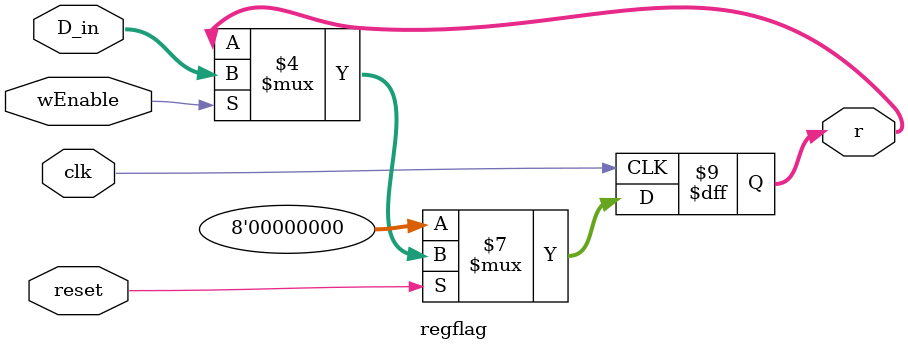
<source format=v>
module regflag(D_in, wEnable, reset, clk, r); // To add output for the FSM to connect to flags
     input [7:0] D_in;
     input clk, wEnable, reset;
     output reg [7:0] r;

 always @( posedge clk )
    begin
    if (!reset) r <= 8'b00000000; // EDIT to not reset
    else
        begin
            if (wEnable)
                begin
                    r <= D_in;
                end
            else
                begin
                    r <= r;
                end
        end
    end
endmodule

</source>
